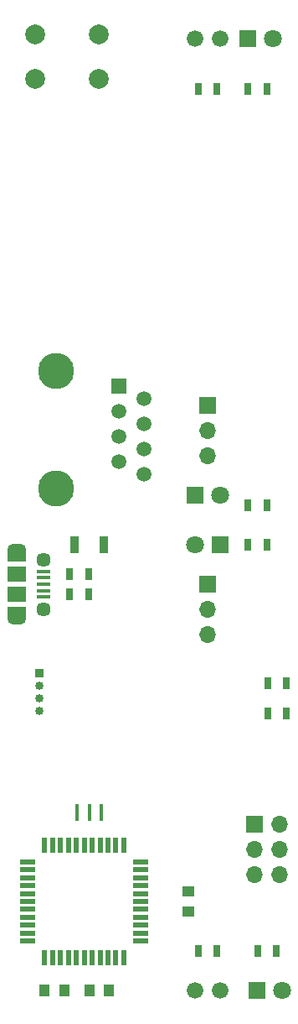
<source format=gts>
G04 #@! TF.FileFunction,Soldermask,Top*
%FSLAX46Y46*%
G04 Gerber Fmt 4.6, Leading zero omitted, Abs format (unit mm)*
G04 Created by KiCad (PCBNEW 4.0.6) date 06/30/20 08:24:00*
%MOMM*%
%LPD*%
G01*
G04 APERTURE LIST*
%ADD10C,0.100000*%
%ADD11R,1.700000X1.700000*%
%ADD12O,1.700000X1.700000*%
%ADD13R,0.900000X1.700000*%
%ADD14R,1.500000X0.550000*%
%ADD15R,0.550000X1.500000*%
%ADD16R,1.900000X1.500000*%
%ADD17C,1.450000*%
%ADD18R,1.350000X0.400000*%
%ADD19O,1.900000X1.200000*%
%ADD20R,1.900000X1.200000*%
%ADD21R,0.400000X1.800000*%
%ADD22R,0.850000X0.850000*%
%ADD23C,0.850000*%
%ADD24C,3.650000*%
%ADD25R,1.500000X1.500000*%
%ADD26C,1.500000*%
%ADD27C,2.000000*%
%ADD28C,1.676400*%
%ADD29R,1.800000X1.800000*%
%ADD30C,1.800000*%
%ADD31R,0.700000X1.300000*%
%ADD32R,1.000000X1.250000*%
%ADD33R,1.250000X1.000000*%
G04 APERTURE END LIST*
D10*
D11*
X66024000Y-117469000D03*
D12*
X68564000Y-117469000D03*
X66024000Y-120009000D03*
X68564000Y-120009000D03*
X66024000Y-122549000D03*
X68564000Y-122549000D03*
D13*
X50724000Y-89219000D03*
X47824000Y-89219000D03*
D14*
X54474000Y-129219000D03*
X54474000Y-128419000D03*
X54474000Y-127619000D03*
X54474000Y-126819000D03*
X54474000Y-126019000D03*
X54474000Y-125219000D03*
X54474000Y-124419000D03*
X54474000Y-123619000D03*
X54474000Y-122819000D03*
X54474000Y-122019000D03*
X54474000Y-121219000D03*
D15*
X52774000Y-119519000D03*
X51974000Y-119519000D03*
X51174000Y-119519000D03*
X50374000Y-119519000D03*
X49574000Y-119519000D03*
X48774000Y-119519000D03*
X47974000Y-119519000D03*
X47174000Y-119519000D03*
X46374000Y-119519000D03*
X45574000Y-119519000D03*
X44774000Y-119519000D03*
D14*
X43074000Y-121219000D03*
X43074000Y-122019000D03*
X43074000Y-122819000D03*
X43074000Y-123619000D03*
X43074000Y-124419000D03*
X43074000Y-125219000D03*
X43074000Y-126019000D03*
X43074000Y-126819000D03*
X43074000Y-127619000D03*
X43074000Y-128419000D03*
X43074000Y-129219000D03*
D15*
X44774000Y-130919000D03*
X45574000Y-130919000D03*
X46374000Y-130919000D03*
X47174000Y-130919000D03*
X47974000Y-130919000D03*
X48774000Y-130919000D03*
X49574000Y-130919000D03*
X50374000Y-130919000D03*
X51174000Y-130919000D03*
X51974000Y-130919000D03*
X52774000Y-130919000D03*
D16*
X41924000Y-94219000D03*
D17*
X44624000Y-90719000D03*
D18*
X44624000Y-92569000D03*
X44624000Y-91919000D03*
X44624000Y-94519000D03*
X44624000Y-93869000D03*
X44624000Y-93219000D03*
D17*
X44624000Y-95719000D03*
D16*
X41924000Y-92219000D03*
D19*
X41924000Y-89719000D03*
X41924000Y-96719000D03*
D20*
X41924000Y-96119000D03*
X41924000Y-90319000D03*
D21*
X48074000Y-116219000D03*
X49274000Y-116219000D03*
X50474000Y-116219000D03*
D22*
X44274000Y-102219000D03*
D23*
X44274000Y-103469000D03*
X44274000Y-104719000D03*
X44274000Y-105969000D03*
D24*
X45924000Y-83599000D03*
X45924000Y-71729000D03*
D25*
X52274000Y-73219000D03*
D26*
X54814000Y-74489000D03*
X52274000Y-75759000D03*
X54814000Y-77029000D03*
X52274000Y-78299000D03*
X54814000Y-79569000D03*
X52274000Y-80839000D03*
X54814000Y-82109000D03*
D27*
X50274000Y-42219000D03*
X50274000Y-37719000D03*
X43774000Y-42219000D03*
X43774000Y-37719000D03*
D28*
X60004000Y-134219000D03*
X62544000Y-134219000D03*
X62544000Y-38219000D03*
X60004000Y-38219000D03*
D29*
X62524000Y-89219000D03*
D30*
X59984000Y-89219000D03*
D29*
X60024000Y-84219000D03*
D30*
X62564000Y-84219000D03*
D31*
X67324000Y-106219000D03*
X69224000Y-106219000D03*
X67324000Y-103219000D03*
X69224000Y-103219000D03*
X49224000Y-94219000D03*
X47324000Y-94219000D03*
X49224000Y-92219000D03*
X47324000Y-92219000D03*
X65324000Y-89219000D03*
X67224000Y-89219000D03*
X65324000Y-85219000D03*
X67224000Y-85219000D03*
X62224000Y-130219000D03*
X60324000Y-130219000D03*
X68224000Y-130219000D03*
X66324000Y-130219000D03*
X67224000Y-43219000D03*
X65324000Y-43219000D03*
X60324000Y-43219000D03*
X62224000Y-43219000D03*
D32*
X44774000Y-134219000D03*
X46774000Y-134219000D03*
X51274000Y-134219000D03*
X49274000Y-134219000D03*
D33*
X59274000Y-124219000D03*
X59274000Y-126219000D03*
D29*
X65274000Y-38219000D03*
D30*
X67814000Y-38219000D03*
D29*
X66274000Y-134219000D03*
D30*
X68814000Y-134219000D03*
D11*
X61274000Y-93219000D03*
D12*
X61274000Y-95759000D03*
X61274000Y-98299000D03*
D11*
X61274000Y-75219000D03*
D12*
X61274000Y-77759000D03*
X61274000Y-80299000D03*
M02*

</source>
